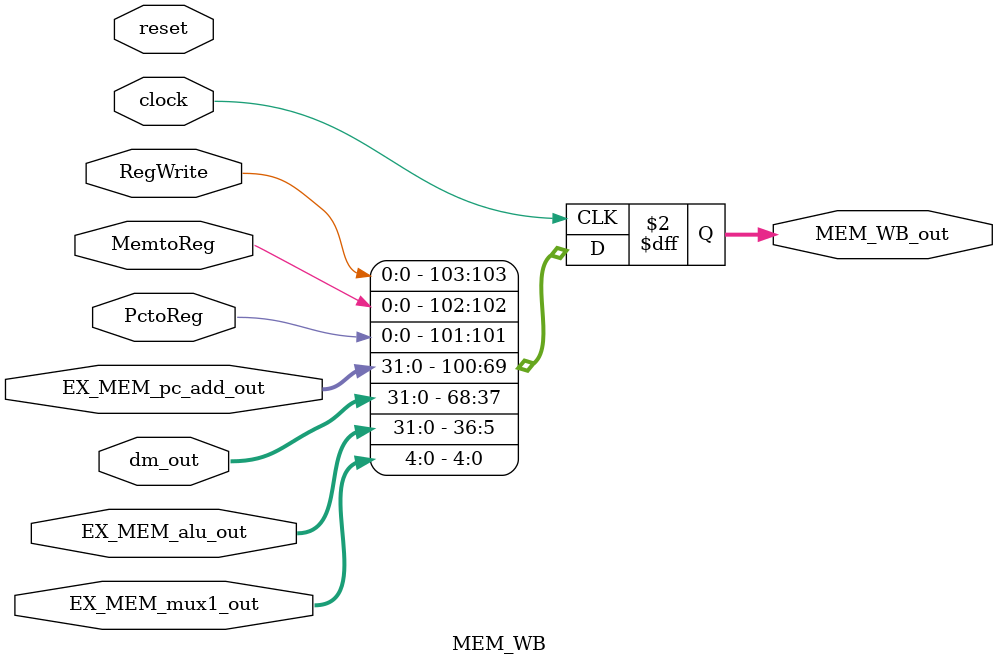
<source format=v>
module MEM_WB (
    clock, 
    reset,

    RegWrite, 
    MemtoReg,
    PctoReg,

    EX_MEM_pc_add_out,
    dm_out, 
    EX_MEM_alu_out, 
    EX_MEM_mux1_out, 
    MEM_WB_out
    );
    
    input               clock;
    input               reset;

    // Controller's signal
    input               RegWrite;
    input               MemtoReg;
    input               PctoReg;

    input      [31: 0]  EX_MEM_pc_add_out;
    input      [31: 0]  dm_out;
    input      [31: 0]  EX_MEM_alu_out;
    input      [ 4: 0]  EX_MEM_mux1_out;

    output reg [103: 0]  MEM_WB_out;

    always @(posedge clock) 
        MEM_WB_out = {
            RegWrite,
            MemtoReg,
            PctoReg,

            EX_MEM_pc_add_out,
            dm_out,
            EX_MEM_alu_out,
            EX_MEM_mux1_out
        };
    

endmodule //MEM_WB

// starting index and end of each instruction
/*

    MEM_WB_out[0]     :    RegWrite
    MEM_WB_out[1]     :    MemtoReg
    MEM_WB_out[2]     :    PctoReg

    MEM_WB_out[34:3]    :    EX_MEM_pc_add_out
    MEM_WB_out[66:35]   :    dm_out
    MEM_WB_out[98:67]   :    EX_MEM_alu_out
    MEM_WB_out[103:99]  :    EX_MEM_mux1_out
*/
</source>
